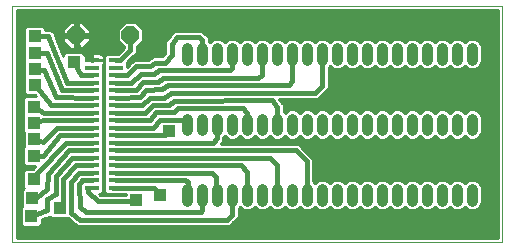
<source format=gtl>
G75*
%MOIN*%
%OFA0B0*%
%FSLAX25Y25*%
%IPPOS*%
%LPD*%
%AMOC8*
5,1,8,0,0,1.08239X$1,22.5*
%
%ADD10C,0.00000*%
%ADD11R,0.05000X0.01500*%
%ADD12C,0.03811*%
%ADD13OC8,0.06000*%
%ADD14C,0.01600*%
%ADD15R,0.04362X0.04362*%
%ADD16C,0.01000*%
D10*
X0001800Y0001800D02*
X0165186Y0001800D01*
X0165186Y0080540D01*
X0001800Y0080540D01*
X0001800Y0001800D01*
D11*
X0028312Y0019920D03*
X0028312Y0022420D03*
X0028312Y0024920D03*
X0028312Y0027420D03*
X0028312Y0029920D03*
X0028312Y0032420D03*
X0028312Y0034920D03*
X0028312Y0037420D03*
X0028312Y0039920D03*
X0028312Y0042420D03*
X0028312Y0044920D03*
X0028312Y0047420D03*
X0028312Y0049920D03*
X0028312Y0052420D03*
X0028312Y0054920D03*
X0028312Y0057420D03*
X0028312Y0059920D03*
X0028312Y0062420D03*
X0036312Y0062420D03*
X0036312Y0059920D03*
X0036312Y0057420D03*
X0036312Y0054920D03*
X0036312Y0052420D03*
X0036312Y0049920D03*
X0036312Y0047420D03*
X0036312Y0044920D03*
X0036312Y0042420D03*
X0036312Y0039920D03*
X0036312Y0037420D03*
X0036312Y0034920D03*
X0036312Y0032420D03*
X0036312Y0029920D03*
X0036312Y0027420D03*
X0036312Y0024920D03*
X0036312Y0022420D03*
X0036312Y0019920D03*
D12*
X0060146Y0019454D02*
X0060146Y0015643D01*
X0065146Y0015643D02*
X0065146Y0019454D01*
X0070146Y0019454D02*
X0070146Y0015643D01*
X0075146Y0015643D02*
X0075146Y0019454D01*
X0080146Y0019454D02*
X0080146Y0015643D01*
X0085146Y0015643D02*
X0085146Y0019454D01*
X0090146Y0019454D02*
X0090146Y0015643D01*
X0095146Y0015643D02*
X0095146Y0019454D01*
X0100146Y0019454D02*
X0100146Y0015643D01*
X0105146Y0015643D02*
X0105146Y0019454D01*
X0110146Y0019454D02*
X0110146Y0015643D01*
X0115146Y0015643D02*
X0115146Y0019454D01*
X0120146Y0019454D02*
X0120146Y0015643D01*
X0125146Y0015643D02*
X0125146Y0019454D01*
X0130146Y0019454D02*
X0130146Y0015643D01*
X0135146Y0015643D02*
X0135146Y0019454D01*
X0140146Y0019454D02*
X0140146Y0015643D01*
X0145146Y0015643D02*
X0145146Y0019454D01*
X0150146Y0019454D02*
X0150146Y0015643D01*
X0155146Y0015643D02*
X0155146Y0019454D01*
X0155146Y0039143D02*
X0155146Y0042954D01*
X0150146Y0042954D02*
X0150146Y0039143D01*
X0145146Y0039143D02*
X0145146Y0042954D01*
X0140146Y0042954D02*
X0140146Y0039143D01*
X0135146Y0039143D02*
X0135146Y0042954D01*
X0130146Y0042954D02*
X0130146Y0039143D01*
X0125146Y0039143D02*
X0125146Y0042954D01*
X0120146Y0042954D02*
X0120146Y0039143D01*
X0115146Y0039143D02*
X0115146Y0042954D01*
X0110146Y0042954D02*
X0110146Y0039143D01*
X0105146Y0039143D02*
X0105146Y0042954D01*
X0100146Y0042954D02*
X0100146Y0039143D01*
X0095146Y0039143D02*
X0095146Y0042954D01*
X0090146Y0042954D02*
X0090146Y0039143D01*
X0085146Y0039143D02*
X0085146Y0042954D01*
X0080146Y0042954D02*
X0080146Y0039143D01*
X0075146Y0039143D02*
X0075146Y0042954D01*
X0070146Y0042954D02*
X0070146Y0039143D01*
X0065146Y0039143D02*
X0065146Y0042954D01*
X0060146Y0042954D02*
X0060146Y0039143D01*
X0060146Y0062643D02*
X0060146Y0066454D01*
X0065146Y0066454D02*
X0065146Y0062643D01*
X0070146Y0062643D02*
X0070146Y0066454D01*
X0075146Y0066454D02*
X0075146Y0062643D01*
X0080146Y0062643D02*
X0080146Y0066454D01*
X0085146Y0066454D02*
X0085146Y0062643D01*
X0090146Y0062643D02*
X0090146Y0066454D01*
X0095146Y0066454D02*
X0095146Y0062643D01*
X0100146Y0062643D02*
X0100146Y0066454D01*
X0105146Y0066454D02*
X0105146Y0062643D01*
X0110146Y0062643D02*
X0110146Y0066454D01*
X0115146Y0066454D02*
X0115146Y0062643D01*
X0120146Y0062643D02*
X0120146Y0066454D01*
X0125146Y0066454D02*
X0125146Y0062643D01*
X0130146Y0062643D02*
X0130146Y0066454D01*
X0135146Y0066454D02*
X0135146Y0062643D01*
X0140146Y0062643D02*
X0140146Y0066454D01*
X0145146Y0066454D02*
X0145146Y0062643D01*
X0150146Y0062643D02*
X0150146Y0066454D01*
X0155146Y0066454D02*
X0155146Y0062643D01*
D13*
X0041170Y0070894D03*
X0023060Y0070698D03*
D14*
X0023060Y0067745D01*
X0024841Y0065963D01*
X0028312Y0062420D01*
X0023650Y0059083D02*
X0022272Y0061839D01*
X0023650Y0059083D02*
X0024635Y0057410D01*
X0028204Y0057410D01*
X0028312Y0057420D01*
X0028312Y0054920D02*
X0026904Y0054950D01*
X0020206Y0054950D01*
X0013808Y0070501D01*
X0009280Y0070501D01*
X0009280Y0064989D02*
X0013217Y0064989D01*
X0018434Y0052489D01*
X0028243Y0052489D01*
X0028312Y0052420D01*
X0028125Y0049930D02*
X0028312Y0049920D01*
X0028125Y0049930D02*
X0016465Y0050127D01*
X0012430Y0059280D01*
X0009280Y0059477D01*
X0009280Y0054162D02*
X0012233Y0050619D01*
X0014792Y0047469D01*
X0028263Y0047469D01*
X0028312Y0047420D01*
X0028312Y0044920D02*
X0026727Y0044910D01*
X0012528Y0044910D01*
X0008887Y0046879D01*
X0011938Y0042351D02*
X0015973Y0042450D01*
X0028538Y0042450D01*
X0028312Y0042420D01*
X0028243Y0039989D02*
X0028312Y0039920D01*
X0028243Y0039989D02*
X0016761Y0039989D01*
X0012036Y0035265D01*
X0009083Y0036052D01*
X0012135Y0030639D02*
X0017843Y0037430D01*
X0028302Y0037430D01*
X0028312Y0037420D01*
X0028312Y0034920D02*
X0028066Y0034871D01*
X0019713Y0034871D01*
X0009772Y0024438D01*
X0009083Y0022863D01*
X0008887Y0022666D01*
X0013611Y0024438D02*
X0020796Y0032410D01*
X0028125Y0032410D01*
X0028312Y0032420D01*
X0028282Y0029950D02*
X0021879Y0029950D01*
X0016269Y0023749D01*
X0016269Y0017745D01*
X0013513Y0016170D01*
X0013513Y0012331D01*
X0010068Y0011052D01*
X0008099Y0010461D01*
X0017548Y0013217D02*
X0017942Y0014300D01*
X0018828Y0015087D01*
X0018729Y0022666D01*
X0023060Y0027391D01*
X0028282Y0027391D01*
X0028312Y0027420D01*
X0028312Y0024920D02*
X0028223Y0024831D01*
X0024044Y0024831D01*
X0021288Y0021682D01*
X0021485Y0011643D01*
X0024241Y0009280D01*
X0073454Y0009280D01*
X0075146Y0010973D01*
X0075146Y0017548D01*
X0075225Y0017469D01*
X0080146Y0017548D02*
X0080146Y0025225D01*
X0077952Y0027420D01*
X0036312Y0027420D01*
X0036312Y0024920D02*
X0068247Y0024920D01*
X0069713Y0023454D01*
X0069713Y0017981D01*
X0070146Y0017548D01*
X0065146Y0017548D02*
X0065146Y0012391D01*
X0064595Y0011839D01*
X0026406Y0011839D01*
X0024241Y0013513D01*
X0024143Y0021190D01*
X0025028Y0022272D01*
X0025211Y0022371D01*
X0028312Y0022420D01*
X0028459Y0022371D01*
X0027194Y0019910D02*
X0027194Y0018532D01*
X0030343Y0015383D01*
X0042745Y0015383D01*
X0042942Y0015580D01*
X0042942Y0015383D02*
X0043139Y0015973D01*
X0049044Y0019910D02*
X0035461Y0019910D01*
X0036312Y0022420D02*
X0059526Y0022420D01*
X0060265Y0021682D01*
X0060265Y0017666D01*
X0060146Y0017548D01*
X0051013Y0017548D02*
X0051013Y0017942D01*
X0049044Y0019910D01*
X0036312Y0029920D02*
X0087656Y0029920D01*
X0089989Y0027587D01*
X0089989Y0017706D01*
X0090146Y0017548D01*
X0100028Y0017666D02*
X0100028Y0028769D01*
X0096377Y0032420D01*
X0036312Y0032420D01*
X0036312Y0034920D02*
X0068778Y0034822D01*
X0070107Y0036446D01*
X0070107Y0041009D01*
X0070146Y0041048D01*
X0080146Y0041048D02*
X0080146Y0044713D01*
X0078670Y0046583D01*
X0057115Y0046485D01*
X0055639Y0045009D01*
X0049635Y0045009D01*
X0047637Y0042420D01*
X0036312Y0042420D01*
X0036312Y0039920D02*
X0048778Y0039920D01*
X0050914Y0042548D01*
X0059434Y0042548D01*
X0060146Y0041048D01*
X0053965Y0038709D02*
X0052587Y0037430D01*
X0036322Y0037430D01*
X0036312Y0037420D01*
X0036312Y0044920D02*
X0046101Y0044920D01*
X0048650Y0047469D01*
X0054162Y0047469D01*
X0055737Y0048946D01*
X0088414Y0049044D01*
X0090146Y0046918D01*
X0090146Y0041048D01*
X0102686Y0051505D02*
X0054654Y0051505D01*
X0052489Y0049930D01*
X0047568Y0049930D01*
X0045107Y0047469D01*
X0036361Y0047469D01*
X0036312Y0047420D01*
X0036312Y0049920D02*
X0037089Y0049930D01*
X0044221Y0050028D01*
X0046485Y0052489D01*
X0051702Y0052686D01*
X0053867Y0054064D01*
X0093926Y0054064D01*
X0095146Y0055383D01*
X0095146Y0064548D01*
X0085146Y0064548D02*
X0085146Y0057587D01*
X0083788Y0056623D01*
X0051898Y0056524D01*
X0050225Y0055245D01*
X0045304Y0055146D01*
X0043040Y0052489D01*
X0036381Y0052489D01*
X0036312Y0052420D01*
X0036312Y0054920D02*
X0036341Y0054950D01*
X0041367Y0054950D01*
X0044615Y0057804D01*
X0049044Y0057706D01*
X0050619Y0059083D01*
X0074241Y0059083D01*
X0075146Y0059989D01*
X0075146Y0064548D01*
X0065146Y0064548D02*
X0065146Y0069162D01*
X0064202Y0070009D01*
X0056721Y0070009D01*
X0054950Y0067942D01*
X0054950Y0064005D01*
X0052587Y0061643D01*
X0049438Y0061643D01*
X0047666Y0060363D01*
X0043139Y0060461D01*
X0040186Y0057410D01*
X0036617Y0057410D01*
X0036312Y0057420D01*
X0036312Y0062420D02*
X0037814Y0062420D01*
X0041170Y0065776D01*
X0041170Y0070894D01*
X0011938Y0042351D02*
X0008887Y0041367D01*
X0008887Y0030540D02*
X0011249Y0030540D01*
X0012135Y0030639D01*
X0013611Y0024438D02*
X0013513Y0019615D01*
X0009871Y0016564D01*
X0008493Y0016564D01*
X0028282Y0029950D02*
X0028312Y0029920D01*
X0100028Y0017666D02*
X0100146Y0017548D01*
X0102686Y0051505D02*
X0105146Y0053965D01*
X0105146Y0064548D01*
D15*
X0053965Y0038709D03*
X0051013Y0017548D03*
X0043139Y0015973D03*
X0017548Y0013217D03*
X0008493Y0016564D03*
X0008887Y0022666D03*
X0008887Y0030540D03*
X0009083Y0036052D03*
X0008887Y0041367D03*
X0008887Y0046879D03*
X0009280Y0054162D03*
X0009280Y0059477D03*
X0009280Y0064989D03*
X0009280Y0070501D03*
X0022272Y0061839D03*
X0008099Y0010461D03*
D16*
X0004631Y0010730D02*
X0003300Y0010730D01*
X0003300Y0011728D02*
X0004631Y0011728D01*
X0004631Y0012727D02*
X0003300Y0012727D01*
X0003300Y0013725D02*
X0005149Y0013725D01*
X0005164Y0013709D02*
X0004631Y0013176D01*
X0004631Y0007747D01*
X0005385Y0006993D01*
X0010814Y0006993D01*
X0011568Y0007747D01*
X0011568Y0009382D01*
X0013888Y0010244D01*
X0014338Y0010244D01*
X0014834Y0009749D01*
X0020262Y0009749D01*
X0020351Y0009837D01*
X0020661Y0009539D01*
X0020731Y0009540D01*
X0022822Y0007748D01*
X0023376Y0007193D01*
X0023469Y0007193D01*
X0023539Y0007133D01*
X0024321Y0007193D01*
X0074318Y0007193D01*
X0075541Y0008416D01*
X0077234Y0010109D01*
X0077234Y0013214D01*
X0077646Y0013627D01*
X0078338Y0012936D01*
X0079511Y0012450D01*
X0080782Y0012450D01*
X0081955Y0012936D01*
X0082646Y0013627D01*
X0083338Y0012936D01*
X0084511Y0012450D01*
X0085782Y0012450D01*
X0086955Y0012936D01*
X0087646Y0013627D01*
X0088338Y0012936D01*
X0089511Y0012450D01*
X0090782Y0012450D01*
X0091955Y0012936D01*
X0092646Y0013627D01*
X0093338Y0012936D01*
X0094511Y0012450D01*
X0095782Y0012450D01*
X0096955Y0012936D01*
X0097646Y0013627D01*
X0098338Y0012936D01*
X0099511Y0012450D01*
X0100782Y0012450D01*
X0101955Y0012936D01*
X0102646Y0013627D01*
X0103338Y0012936D01*
X0104511Y0012450D01*
X0105782Y0012450D01*
X0106955Y0012936D01*
X0107646Y0013627D01*
X0108338Y0012936D01*
X0109511Y0012450D01*
X0110782Y0012450D01*
X0111955Y0012936D01*
X0112646Y0013627D01*
X0113338Y0012936D01*
X0114511Y0012450D01*
X0115782Y0012450D01*
X0116955Y0012936D01*
X0117646Y0013627D01*
X0118338Y0012936D01*
X0119511Y0012450D01*
X0120782Y0012450D01*
X0121955Y0012936D01*
X0122646Y0013627D01*
X0123338Y0012936D01*
X0124511Y0012450D01*
X0125782Y0012450D01*
X0126955Y0012936D01*
X0127646Y0013627D01*
X0128338Y0012936D01*
X0129511Y0012450D01*
X0130782Y0012450D01*
X0131955Y0012936D01*
X0132646Y0013627D01*
X0133338Y0012936D01*
X0134511Y0012450D01*
X0135782Y0012450D01*
X0136955Y0012936D01*
X0137646Y0013627D01*
X0138338Y0012936D01*
X0139511Y0012450D01*
X0140782Y0012450D01*
X0141955Y0012936D01*
X0142646Y0013627D01*
X0143338Y0012936D01*
X0144511Y0012450D01*
X0145782Y0012450D01*
X0146955Y0012936D01*
X0147646Y0013627D01*
X0148338Y0012936D01*
X0149511Y0012450D01*
X0150782Y0012450D01*
X0151955Y0012936D01*
X0152646Y0013627D01*
X0153338Y0012936D01*
X0154511Y0012450D01*
X0155782Y0012450D01*
X0156955Y0012936D01*
X0157853Y0013834D01*
X0158339Y0015007D01*
X0158339Y0020089D01*
X0157853Y0021262D01*
X0156955Y0022160D01*
X0155782Y0022646D01*
X0154511Y0022646D01*
X0153338Y0022160D01*
X0152646Y0021469D01*
X0151955Y0022160D01*
X0150782Y0022646D01*
X0149511Y0022646D01*
X0148338Y0022160D01*
X0147646Y0021469D01*
X0146955Y0022160D01*
X0145782Y0022646D01*
X0144511Y0022646D01*
X0143338Y0022160D01*
X0142646Y0021469D01*
X0141955Y0022160D01*
X0140782Y0022646D01*
X0139511Y0022646D01*
X0138338Y0022160D01*
X0137646Y0021469D01*
X0136955Y0022160D01*
X0135782Y0022646D01*
X0134511Y0022646D01*
X0133338Y0022160D01*
X0132646Y0021469D01*
X0131955Y0022160D01*
X0130782Y0022646D01*
X0129511Y0022646D01*
X0128338Y0022160D01*
X0127646Y0021469D01*
X0126955Y0022160D01*
X0125782Y0022646D01*
X0124511Y0022646D01*
X0123338Y0022160D01*
X0122646Y0021469D01*
X0121955Y0022160D01*
X0120782Y0022646D01*
X0119511Y0022646D01*
X0118338Y0022160D01*
X0117646Y0021469D01*
X0116955Y0022160D01*
X0115782Y0022646D01*
X0114511Y0022646D01*
X0113338Y0022160D01*
X0112646Y0021469D01*
X0111955Y0022160D01*
X0110782Y0022646D01*
X0109511Y0022646D01*
X0108338Y0022160D01*
X0107646Y0021469D01*
X0106955Y0022160D01*
X0105782Y0022646D01*
X0104511Y0022646D01*
X0103338Y0022160D01*
X0102646Y0021469D01*
X0102116Y0022000D01*
X0102116Y0029633D01*
X0098464Y0033285D01*
X0097241Y0034507D01*
X0071218Y0034507D01*
X0071657Y0035043D01*
X0072194Y0035581D01*
X0072194Y0035701D01*
X0072270Y0035793D01*
X0072194Y0036550D01*
X0072194Y0036675D01*
X0072646Y0037127D01*
X0073338Y0036436D01*
X0074511Y0035950D01*
X0075782Y0035950D01*
X0076955Y0036436D01*
X0077646Y0037127D01*
X0078338Y0036436D01*
X0079511Y0035950D01*
X0080782Y0035950D01*
X0081955Y0036436D01*
X0082646Y0037127D01*
X0083338Y0036436D01*
X0084511Y0035950D01*
X0085782Y0035950D01*
X0086955Y0036436D01*
X0087646Y0037127D01*
X0088338Y0036436D01*
X0089511Y0035950D01*
X0090782Y0035950D01*
X0091955Y0036436D01*
X0092646Y0037127D01*
X0093338Y0036436D01*
X0094511Y0035950D01*
X0095782Y0035950D01*
X0096955Y0036436D01*
X0097646Y0037127D01*
X0098338Y0036436D01*
X0099511Y0035950D01*
X0100782Y0035950D01*
X0101955Y0036436D01*
X0102646Y0037127D01*
X0103338Y0036436D01*
X0104511Y0035950D01*
X0105782Y0035950D01*
X0106955Y0036436D01*
X0107646Y0037127D01*
X0108338Y0036436D01*
X0109511Y0035950D01*
X0110782Y0035950D01*
X0111955Y0036436D01*
X0112646Y0037127D01*
X0113338Y0036436D01*
X0114511Y0035950D01*
X0115782Y0035950D01*
X0116955Y0036436D01*
X0117646Y0037127D01*
X0118338Y0036436D01*
X0119511Y0035950D01*
X0120782Y0035950D01*
X0121955Y0036436D01*
X0122646Y0037127D01*
X0123338Y0036436D01*
X0124511Y0035950D01*
X0125782Y0035950D01*
X0126955Y0036436D01*
X0127646Y0037127D01*
X0128338Y0036436D01*
X0129511Y0035950D01*
X0130782Y0035950D01*
X0131955Y0036436D01*
X0132646Y0037127D01*
X0133338Y0036436D01*
X0134511Y0035950D01*
X0135782Y0035950D01*
X0136955Y0036436D01*
X0137646Y0037127D01*
X0138338Y0036436D01*
X0139511Y0035950D01*
X0140782Y0035950D01*
X0141955Y0036436D01*
X0142646Y0037127D01*
X0143338Y0036436D01*
X0144511Y0035950D01*
X0145782Y0035950D01*
X0146955Y0036436D01*
X0147646Y0037127D01*
X0148338Y0036436D01*
X0149511Y0035950D01*
X0150782Y0035950D01*
X0151955Y0036436D01*
X0152646Y0037127D01*
X0153338Y0036436D01*
X0154511Y0035950D01*
X0155782Y0035950D01*
X0156955Y0036436D01*
X0157853Y0037334D01*
X0158339Y0038507D01*
X0158339Y0043589D01*
X0157853Y0044762D01*
X0156955Y0045660D01*
X0155782Y0046146D01*
X0154511Y0046146D01*
X0153338Y0045660D01*
X0152646Y0044969D01*
X0151955Y0045660D01*
X0150782Y0046146D01*
X0149511Y0046146D01*
X0148338Y0045660D01*
X0147646Y0044969D01*
X0146955Y0045660D01*
X0145782Y0046146D01*
X0144511Y0046146D01*
X0143338Y0045660D01*
X0142646Y0044969D01*
X0141955Y0045660D01*
X0140782Y0046146D01*
X0139511Y0046146D01*
X0138338Y0045660D01*
X0137646Y0044969D01*
X0136955Y0045660D01*
X0135782Y0046146D01*
X0134511Y0046146D01*
X0133338Y0045660D01*
X0132646Y0044969D01*
X0131955Y0045660D01*
X0130782Y0046146D01*
X0129511Y0046146D01*
X0128338Y0045660D01*
X0127646Y0044969D01*
X0126955Y0045660D01*
X0125782Y0046146D01*
X0124511Y0046146D01*
X0123338Y0045660D01*
X0122646Y0044969D01*
X0121955Y0045660D01*
X0120782Y0046146D01*
X0119511Y0046146D01*
X0118338Y0045660D01*
X0117646Y0044969D01*
X0116955Y0045660D01*
X0115782Y0046146D01*
X0114511Y0046146D01*
X0113338Y0045660D01*
X0112646Y0044969D01*
X0111955Y0045660D01*
X0110782Y0046146D01*
X0109511Y0046146D01*
X0108338Y0045660D01*
X0107646Y0044969D01*
X0106955Y0045660D01*
X0105782Y0046146D01*
X0104511Y0046146D01*
X0103338Y0045660D01*
X0102646Y0044969D01*
X0101955Y0045660D01*
X0100782Y0046146D01*
X0099511Y0046146D01*
X0098338Y0045660D01*
X0097646Y0044969D01*
X0096955Y0045660D01*
X0095782Y0046146D01*
X0094511Y0046146D01*
X0093338Y0045660D01*
X0092646Y0044969D01*
X0092234Y0045382D01*
X0092234Y0046812D01*
X0092311Y0047566D01*
X0092234Y0047661D01*
X0092234Y0047783D01*
X0091698Y0048319D01*
X0090803Y0049417D01*
X0103550Y0049417D01*
X0104773Y0050640D01*
X0107234Y0053101D01*
X0107234Y0060214D01*
X0107646Y0060627D01*
X0108338Y0059936D01*
X0109511Y0059450D01*
X0110782Y0059450D01*
X0111955Y0059936D01*
X0112646Y0060627D01*
X0113338Y0059936D01*
X0114511Y0059450D01*
X0115782Y0059450D01*
X0116955Y0059936D01*
X0117646Y0060627D01*
X0118338Y0059936D01*
X0119511Y0059450D01*
X0120782Y0059450D01*
X0121955Y0059936D01*
X0122646Y0060627D01*
X0123338Y0059936D01*
X0124511Y0059450D01*
X0125782Y0059450D01*
X0126955Y0059936D01*
X0127646Y0060627D01*
X0128338Y0059936D01*
X0129511Y0059450D01*
X0130782Y0059450D01*
X0131955Y0059936D01*
X0132646Y0060627D01*
X0133338Y0059936D01*
X0134511Y0059450D01*
X0135782Y0059450D01*
X0136955Y0059936D01*
X0137646Y0060627D01*
X0138338Y0059936D01*
X0139511Y0059450D01*
X0140782Y0059450D01*
X0141955Y0059936D01*
X0142646Y0060627D01*
X0143338Y0059936D01*
X0144511Y0059450D01*
X0145782Y0059450D01*
X0146955Y0059936D01*
X0147646Y0060627D01*
X0148338Y0059936D01*
X0149511Y0059450D01*
X0150782Y0059450D01*
X0151955Y0059936D01*
X0152646Y0060627D01*
X0153338Y0059936D01*
X0154511Y0059450D01*
X0155782Y0059450D01*
X0156955Y0059936D01*
X0157853Y0060834D01*
X0158339Y0062007D01*
X0158339Y0067089D01*
X0157853Y0068262D01*
X0156955Y0069160D01*
X0155782Y0069646D01*
X0154511Y0069646D01*
X0153338Y0069160D01*
X0152646Y0068469D01*
X0151955Y0069160D01*
X0150782Y0069646D01*
X0149511Y0069646D01*
X0148338Y0069160D01*
X0147646Y0068469D01*
X0146955Y0069160D01*
X0145782Y0069646D01*
X0144511Y0069646D01*
X0143338Y0069160D01*
X0142646Y0068469D01*
X0141955Y0069160D01*
X0140782Y0069646D01*
X0139511Y0069646D01*
X0138338Y0069160D01*
X0137646Y0068469D01*
X0136955Y0069160D01*
X0135782Y0069646D01*
X0134511Y0069646D01*
X0133338Y0069160D01*
X0132646Y0068469D01*
X0131955Y0069160D01*
X0130782Y0069646D01*
X0129511Y0069646D01*
X0128338Y0069160D01*
X0127646Y0068469D01*
X0126955Y0069160D01*
X0125782Y0069646D01*
X0124511Y0069646D01*
X0123338Y0069160D01*
X0122646Y0068469D01*
X0121955Y0069160D01*
X0120782Y0069646D01*
X0119511Y0069646D01*
X0118338Y0069160D01*
X0117646Y0068469D01*
X0116955Y0069160D01*
X0115782Y0069646D01*
X0114511Y0069646D01*
X0113338Y0069160D01*
X0112646Y0068469D01*
X0111955Y0069160D01*
X0110782Y0069646D01*
X0109511Y0069646D01*
X0108338Y0069160D01*
X0107646Y0068469D01*
X0106955Y0069160D01*
X0105782Y0069646D01*
X0104511Y0069646D01*
X0103338Y0069160D01*
X0102646Y0068469D01*
X0101955Y0069160D01*
X0100782Y0069646D01*
X0099511Y0069646D01*
X0098338Y0069160D01*
X0097646Y0068469D01*
X0096955Y0069160D01*
X0095782Y0069646D01*
X0094511Y0069646D01*
X0093338Y0069160D01*
X0092646Y0068469D01*
X0091955Y0069160D01*
X0090782Y0069646D01*
X0089511Y0069646D01*
X0088338Y0069160D01*
X0087646Y0068469D01*
X0086955Y0069160D01*
X0085782Y0069646D01*
X0084511Y0069646D01*
X0083338Y0069160D01*
X0082646Y0068469D01*
X0081955Y0069160D01*
X0080782Y0069646D01*
X0079511Y0069646D01*
X0078338Y0069160D01*
X0077646Y0068469D01*
X0076955Y0069160D01*
X0075782Y0069646D01*
X0074511Y0069646D01*
X0073338Y0069160D01*
X0072646Y0068469D01*
X0071955Y0069160D01*
X0070782Y0069646D01*
X0069511Y0069646D01*
X0068338Y0069160D01*
X0067646Y0068469D01*
X0067253Y0068862D01*
X0067234Y0069220D01*
X0067234Y0070027D01*
X0067187Y0070074D01*
X0067183Y0070140D01*
X0066582Y0070679D01*
X0066011Y0071250D01*
X0065945Y0071250D01*
X0065637Y0071525D01*
X0065066Y0072096D01*
X0065000Y0072096D01*
X0064950Y0072140D01*
X0064144Y0072096D01*
X0057493Y0072096D01*
X0057423Y0072156D01*
X0056641Y0072096D01*
X0055857Y0072096D01*
X0055791Y0072031D01*
X0055699Y0072024D01*
X0055189Y0071428D01*
X0054634Y0070873D01*
X0054634Y0070781D01*
X0053417Y0069361D01*
X0052862Y0068806D01*
X0052862Y0068714D01*
X0052802Y0068644D01*
X0052862Y0067862D01*
X0052862Y0064869D01*
X0051723Y0063730D01*
X0049605Y0063730D01*
X0048917Y0063841D01*
X0048763Y0063730D01*
X0048573Y0063730D01*
X0048080Y0063237D01*
X0047012Y0062465D01*
X0044002Y0062531D01*
X0043969Y0062563D01*
X0043144Y0062549D01*
X0042320Y0062567D01*
X0042286Y0062535D01*
X0042240Y0062534D01*
X0041666Y0061942D01*
X0041070Y0061371D01*
X0041069Y0061325D01*
X0040099Y0060322D01*
X0040099Y0061753D01*
X0042035Y0063689D01*
X0043257Y0064912D01*
X0043257Y0066919D01*
X0045457Y0069119D01*
X0045457Y0072670D01*
X0042946Y0075182D01*
X0039394Y0075182D01*
X0036883Y0072670D01*
X0036883Y0069119D01*
X0039083Y0066919D01*
X0039083Y0066641D01*
X0036949Y0064507D01*
X0035447Y0064507D01*
X0035397Y0064457D01*
X0033279Y0064457D01*
X0032524Y0063703D01*
X0032524Y0018637D01*
X0033279Y0017883D01*
X0034537Y0017883D01*
X0034597Y0017823D01*
X0039670Y0017823D01*
X0039670Y0017470D01*
X0031208Y0017470D01*
X0030795Y0017883D01*
X0031345Y0017883D01*
X0032099Y0018637D01*
X0032099Y0060900D01*
X0032210Y0061091D01*
X0032312Y0061473D01*
X0032312Y0062420D01*
X0028312Y0062420D01*
X0028312Y0062420D01*
X0032312Y0062420D01*
X0032312Y0063368D01*
X0032210Y0063749D01*
X0032012Y0064091D01*
X0031733Y0064370D01*
X0031391Y0064568D01*
X0031009Y0064670D01*
X0028312Y0064670D01*
X0028312Y0062420D01*
X0028312Y0062420D01*
X0028312Y0064670D01*
X0025625Y0064670D01*
X0024987Y0065308D01*
X0019558Y0065308D01*
X0018804Y0064554D01*
X0018804Y0063843D01*
X0015895Y0070913D01*
X0015895Y0071365D01*
X0015579Y0071681D01*
X0015409Y0072095D01*
X0014992Y0072269D01*
X0014673Y0072588D01*
X0014226Y0072588D01*
X0013813Y0072760D01*
X0013395Y0072588D01*
X0012749Y0072588D01*
X0012749Y0073215D01*
X0011995Y0073969D01*
X0006566Y0073969D01*
X0005812Y0073215D01*
X0005812Y0067786D01*
X0005853Y0067745D01*
X0005812Y0067703D01*
X0005812Y0062275D01*
X0005853Y0062233D01*
X0005812Y0062192D01*
X0005812Y0056763D01*
X0005812Y0051448D01*
X0006566Y0050694D01*
X0009454Y0050694D01*
X0009742Y0050347D01*
X0006172Y0050347D01*
X0005418Y0049593D01*
X0005418Y0044164D01*
X0005460Y0044123D01*
X0005418Y0044081D01*
X0005418Y0038653D01*
X0005615Y0038456D01*
X0005615Y0033451D01*
X0005418Y0033255D01*
X0005418Y0027826D01*
X0006172Y0027072D01*
X0009399Y0027072D01*
X0008581Y0026213D01*
X0008380Y0026135D01*
X0006172Y0026135D01*
X0005418Y0025380D01*
X0005418Y0019952D01*
X0005558Y0019812D01*
X0005024Y0019278D01*
X0005024Y0013849D01*
X0005164Y0013709D01*
X0005024Y0014724D02*
X0003300Y0014724D01*
X0003300Y0015722D02*
X0005024Y0015722D01*
X0005024Y0016721D02*
X0003300Y0016721D01*
X0003300Y0017719D02*
X0005024Y0017719D01*
X0005024Y0018718D02*
X0003300Y0018718D01*
X0003300Y0019716D02*
X0005462Y0019716D01*
X0005418Y0020715D02*
X0003300Y0020715D01*
X0003300Y0021713D02*
X0005418Y0021713D01*
X0005418Y0022712D02*
X0003300Y0022712D01*
X0003300Y0023710D02*
X0005418Y0023710D01*
X0005418Y0024709D02*
X0003300Y0024709D01*
X0003300Y0025707D02*
X0005745Y0025707D01*
X0005540Y0027704D02*
X0003300Y0027704D01*
X0003300Y0026706D02*
X0009050Y0026706D01*
X0005418Y0028703D02*
X0003300Y0028703D01*
X0003300Y0029701D02*
X0005418Y0029701D01*
X0005418Y0030700D02*
X0003300Y0030700D01*
X0003300Y0031698D02*
X0005418Y0031698D01*
X0005418Y0032697D02*
X0003300Y0032697D01*
X0003300Y0033695D02*
X0005615Y0033695D01*
X0005615Y0034694D02*
X0003300Y0034694D01*
X0003300Y0035692D02*
X0005615Y0035692D01*
X0005615Y0036691D02*
X0003300Y0036691D01*
X0003300Y0037689D02*
X0005615Y0037689D01*
X0005418Y0038688D02*
X0003300Y0038688D01*
X0003300Y0039686D02*
X0005418Y0039686D01*
X0005418Y0040685D02*
X0003300Y0040685D01*
X0003300Y0041683D02*
X0005418Y0041683D01*
X0005418Y0042682D02*
X0003300Y0042682D01*
X0003300Y0043680D02*
X0005418Y0043680D01*
X0005418Y0044679D02*
X0003300Y0044679D01*
X0003300Y0045677D02*
X0005418Y0045677D01*
X0005418Y0046676D02*
X0003300Y0046676D01*
X0003300Y0047674D02*
X0005418Y0047674D01*
X0005418Y0048673D02*
X0003300Y0048673D01*
X0003300Y0049672D02*
X0005497Y0049672D01*
X0005812Y0051669D02*
X0003300Y0051669D01*
X0003300Y0052667D02*
X0005812Y0052667D01*
X0005812Y0053666D02*
X0003300Y0053666D01*
X0003300Y0054664D02*
X0005812Y0054664D01*
X0005812Y0055663D02*
X0003300Y0055663D01*
X0003300Y0056661D02*
X0005812Y0056661D01*
X0005812Y0057660D02*
X0003300Y0057660D01*
X0003300Y0058658D02*
X0005812Y0058658D01*
X0005812Y0059657D02*
X0003300Y0059657D01*
X0003300Y0060655D02*
X0005812Y0060655D01*
X0005812Y0061654D02*
X0003300Y0061654D01*
X0003300Y0062652D02*
X0005812Y0062652D01*
X0005812Y0063651D02*
X0003300Y0063651D01*
X0003300Y0064649D02*
X0005812Y0064649D01*
X0005812Y0065648D02*
X0003300Y0065648D01*
X0003300Y0066646D02*
X0005812Y0066646D01*
X0005812Y0067645D02*
X0003300Y0067645D01*
X0003300Y0068643D02*
X0005812Y0068643D01*
X0005812Y0069642D02*
X0003300Y0069642D01*
X0003300Y0070640D02*
X0005812Y0070640D01*
X0005812Y0071639D02*
X0003300Y0071639D01*
X0003300Y0072637D02*
X0005812Y0072637D01*
X0006232Y0073636D02*
X0003300Y0073636D01*
X0003300Y0074634D02*
X0020633Y0074634D01*
X0021196Y0075198D02*
X0018560Y0072562D01*
X0018560Y0071198D01*
X0022560Y0071198D01*
X0022560Y0075198D01*
X0021196Y0075198D01*
X0022560Y0074634D02*
X0023560Y0074634D01*
X0023560Y0075198D02*
X0024924Y0075198D01*
X0027560Y0072562D01*
X0027560Y0071198D01*
X0023560Y0071198D01*
X0022560Y0071198D01*
X0022560Y0070198D01*
X0018560Y0070198D01*
X0018560Y0068834D01*
X0021196Y0066198D01*
X0022560Y0066198D01*
X0022560Y0070198D01*
X0023560Y0070198D01*
X0023560Y0071198D01*
X0023560Y0075198D01*
X0025487Y0074634D02*
X0038847Y0074634D01*
X0037848Y0073636D02*
X0026486Y0073636D01*
X0027484Y0072637D02*
X0036883Y0072637D01*
X0036883Y0071639D02*
X0027560Y0071639D01*
X0027560Y0070198D02*
X0023560Y0070198D01*
X0023560Y0066198D01*
X0024924Y0066198D01*
X0027560Y0068834D01*
X0027560Y0070198D01*
X0027560Y0069642D02*
X0036883Y0069642D01*
X0036883Y0070640D02*
X0023560Y0070640D01*
X0023560Y0069642D02*
X0022560Y0069642D01*
X0022560Y0070640D02*
X0016008Y0070640D01*
X0016418Y0069642D02*
X0018560Y0069642D01*
X0018750Y0068643D02*
X0016829Y0068643D01*
X0017240Y0067645D02*
X0019749Y0067645D01*
X0020747Y0066646D02*
X0017651Y0066646D01*
X0018062Y0065648D02*
X0038089Y0065648D01*
X0039083Y0066646D02*
X0025372Y0066646D01*
X0023560Y0066646D02*
X0022560Y0066646D01*
X0022560Y0067645D02*
X0023560Y0067645D01*
X0023560Y0068643D02*
X0022560Y0068643D01*
X0026371Y0067645D02*
X0038357Y0067645D01*
X0037358Y0068643D02*
X0027369Y0068643D01*
X0023560Y0071639D02*
X0022560Y0071639D01*
X0022560Y0072637D02*
X0023560Y0072637D01*
X0023560Y0073636D02*
X0022560Y0073636D01*
X0019634Y0073636D02*
X0012328Y0073636D01*
X0012749Y0072637D02*
X0013515Y0072637D01*
X0014108Y0072637D02*
X0018636Y0072637D01*
X0018560Y0071639D02*
X0015622Y0071639D01*
X0003300Y0075633D02*
X0163686Y0075633D01*
X0163686Y0074634D02*
X0043494Y0074634D01*
X0044492Y0073636D02*
X0163686Y0073636D01*
X0163686Y0072637D02*
X0045457Y0072637D01*
X0045457Y0071639D02*
X0055369Y0071639D01*
X0054513Y0070640D02*
X0045457Y0070640D01*
X0045457Y0069642D02*
X0053658Y0069642D01*
X0052802Y0068643D02*
X0044982Y0068643D01*
X0043984Y0067645D02*
X0052862Y0067645D01*
X0052862Y0066646D02*
X0043257Y0066646D01*
X0043257Y0065648D02*
X0052862Y0065648D01*
X0052642Y0064649D02*
X0042995Y0064649D01*
X0041996Y0063651D02*
X0048494Y0063651D01*
X0047271Y0062652D02*
X0040998Y0062652D01*
X0041365Y0061654D02*
X0040099Y0061654D01*
X0040099Y0060655D02*
X0040421Y0060655D01*
X0037091Y0064649D02*
X0031087Y0064649D01*
X0032236Y0063651D02*
X0032524Y0063651D01*
X0032524Y0062652D02*
X0032312Y0062652D01*
X0032312Y0061654D02*
X0032524Y0061654D01*
X0032524Y0060655D02*
X0032099Y0060655D01*
X0032099Y0059657D02*
X0032524Y0059657D01*
X0032524Y0058658D02*
X0032099Y0058658D01*
X0032099Y0057660D02*
X0032524Y0057660D01*
X0032524Y0056661D02*
X0032099Y0056661D01*
X0032099Y0055663D02*
X0032524Y0055663D01*
X0032524Y0054664D02*
X0032099Y0054664D01*
X0032099Y0053666D02*
X0032524Y0053666D01*
X0032524Y0052667D02*
X0032099Y0052667D01*
X0032099Y0051669D02*
X0032524Y0051669D01*
X0032524Y0050670D02*
X0032099Y0050670D01*
X0032099Y0049672D02*
X0032524Y0049672D01*
X0032524Y0048673D02*
X0032099Y0048673D01*
X0032099Y0047674D02*
X0032524Y0047674D01*
X0032524Y0046676D02*
X0032099Y0046676D01*
X0032099Y0045677D02*
X0032524Y0045677D01*
X0032524Y0044679D02*
X0032099Y0044679D01*
X0032099Y0043680D02*
X0032524Y0043680D01*
X0032524Y0042682D02*
X0032099Y0042682D01*
X0032099Y0041683D02*
X0032524Y0041683D01*
X0032524Y0040685D02*
X0032099Y0040685D01*
X0032099Y0039686D02*
X0032524Y0039686D01*
X0032524Y0038688D02*
X0032099Y0038688D01*
X0032099Y0037689D02*
X0032524Y0037689D01*
X0032524Y0036691D02*
X0032099Y0036691D01*
X0032099Y0035692D02*
X0032524Y0035692D01*
X0032524Y0034694D02*
X0032099Y0034694D01*
X0032099Y0033695D02*
X0032524Y0033695D01*
X0032524Y0032697D02*
X0032099Y0032697D01*
X0032099Y0031698D02*
X0032524Y0031698D01*
X0032524Y0030700D02*
X0032099Y0030700D01*
X0032099Y0029701D02*
X0032524Y0029701D01*
X0032524Y0028703D02*
X0032099Y0028703D01*
X0032099Y0027704D02*
X0032524Y0027704D01*
X0032524Y0026706D02*
X0032099Y0026706D01*
X0032099Y0025707D02*
X0032524Y0025707D01*
X0032524Y0024709D02*
X0032099Y0024709D01*
X0032099Y0023710D02*
X0032524Y0023710D01*
X0032524Y0022712D02*
X0032099Y0022712D01*
X0032099Y0021713D02*
X0032524Y0021713D01*
X0032524Y0020715D02*
X0032099Y0020715D01*
X0032099Y0019716D02*
X0032524Y0019716D01*
X0032524Y0018718D02*
X0032099Y0018718D01*
X0030959Y0017719D02*
X0039670Y0017719D01*
X0021673Y0008733D02*
X0011568Y0008733D01*
X0011555Y0007734D02*
X0022835Y0007734D01*
X0020461Y0009731D02*
X0012506Y0009731D01*
X0004631Y0009731D02*
X0003300Y0009731D01*
X0003300Y0008733D02*
X0004631Y0008733D01*
X0004644Y0007734D02*
X0003300Y0007734D01*
X0003300Y0006736D02*
X0163686Y0006736D01*
X0163686Y0007734D02*
X0074859Y0007734D01*
X0075858Y0008733D02*
X0163686Y0008733D01*
X0163686Y0009731D02*
X0076856Y0009731D01*
X0077234Y0010730D02*
X0163686Y0010730D01*
X0163686Y0011728D02*
X0077234Y0011728D01*
X0077234Y0012727D02*
X0078843Y0012727D01*
X0081450Y0012727D02*
X0083843Y0012727D01*
X0086450Y0012727D02*
X0088843Y0012727D01*
X0091450Y0012727D02*
X0093843Y0012727D01*
X0096450Y0012727D02*
X0098843Y0012727D01*
X0101450Y0012727D02*
X0103843Y0012727D01*
X0106450Y0012727D02*
X0108843Y0012727D01*
X0111450Y0012727D02*
X0113843Y0012727D01*
X0116450Y0012727D02*
X0118843Y0012727D01*
X0121450Y0012727D02*
X0123843Y0012727D01*
X0126450Y0012727D02*
X0128843Y0012727D01*
X0131450Y0012727D02*
X0133843Y0012727D01*
X0136450Y0012727D02*
X0138843Y0012727D01*
X0141450Y0012727D02*
X0143843Y0012727D01*
X0146450Y0012727D02*
X0148843Y0012727D01*
X0151450Y0012727D02*
X0153843Y0012727D01*
X0156450Y0012727D02*
X0163686Y0012727D01*
X0163686Y0013725D02*
X0157745Y0013725D01*
X0158222Y0014724D02*
X0163686Y0014724D01*
X0163686Y0015722D02*
X0158339Y0015722D01*
X0158339Y0016721D02*
X0163686Y0016721D01*
X0163686Y0017719D02*
X0158339Y0017719D01*
X0158339Y0018718D02*
X0163686Y0018718D01*
X0163686Y0019716D02*
X0158339Y0019716D01*
X0158080Y0020715D02*
X0163686Y0020715D01*
X0163686Y0021713D02*
X0157402Y0021713D01*
X0152891Y0021713D02*
X0152402Y0021713D01*
X0147891Y0021713D02*
X0147402Y0021713D01*
X0142891Y0021713D02*
X0142402Y0021713D01*
X0137891Y0021713D02*
X0137402Y0021713D01*
X0132891Y0021713D02*
X0132402Y0021713D01*
X0127891Y0021713D02*
X0127402Y0021713D01*
X0122891Y0021713D02*
X0122402Y0021713D01*
X0117891Y0021713D02*
X0117402Y0021713D01*
X0112891Y0021713D02*
X0112402Y0021713D01*
X0107891Y0021713D02*
X0107402Y0021713D01*
X0102891Y0021713D02*
X0102402Y0021713D01*
X0102116Y0022712D02*
X0163686Y0022712D01*
X0163686Y0023710D02*
X0102116Y0023710D01*
X0102116Y0024709D02*
X0163686Y0024709D01*
X0163686Y0025707D02*
X0102116Y0025707D01*
X0102116Y0026706D02*
X0163686Y0026706D01*
X0163686Y0027704D02*
X0102116Y0027704D01*
X0102116Y0028703D02*
X0163686Y0028703D01*
X0163686Y0029701D02*
X0102048Y0029701D01*
X0101049Y0030700D02*
X0163686Y0030700D01*
X0163686Y0031698D02*
X0100051Y0031698D01*
X0099052Y0032697D02*
X0163686Y0032697D01*
X0163686Y0033695D02*
X0098054Y0033695D01*
X0098083Y0036691D02*
X0097210Y0036691D01*
X0093083Y0036691D02*
X0092210Y0036691D01*
X0088083Y0036691D02*
X0087210Y0036691D01*
X0083083Y0036691D02*
X0082210Y0036691D01*
X0078083Y0036691D02*
X0077210Y0036691D01*
X0073083Y0036691D02*
X0072210Y0036691D01*
X0072194Y0035692D02*
X0163686Y0035692D01*
X0163686Y0034694D02*
X0071371Y0034694D01*
X0092234Y0045677D02*
X0093379Y0045677D01*
X0092234Y0046676D02*
X0163686Y0046676D01*
X0163686Y0047674D02*
X0092234Y0047674D01*
X0091409Y0048673D02*
X0163686Y0048673D01*
X0163686Y0049672D02*
X0103805Y0049672D01*
X0104803Y0050670D02*
X0163686Y0050670D01*
X0163686Y0051669D02*
X0105802Y0051669D01*
X0106800Y0052667D02*
X0163686Y0052667D01*
X0163686Y0053666D02*
X0107234Y0053666D01*
X0107234Y0054664D02*
X0163686Y0054664D01*
X0163686Y0055663D02*
X0107234Y0055663D01*
X0107234Y0056661D02*
X0163686Y0056661D01*
X0163686Y0057660D02*
X0107234Y0057660D01*
X0107234Y0058658D02*
X0163686Y0058658D01*
X0163686Y0059657D02*
X0156281Y0059657D01*
X0157675Y0060655D02*
X0163686Y0060655D01*
X0163686Y0061654D02*
X0158193Y0061654D01*
X0158339Y0062652D02*
X0163686Y0062652D01*
X0163686Y0063651D02*
X0158339Y0063651D01*
X0158339Y0064649D02*
X0163686Y0064649D01*
X0163686Y0065648D02*
X0158339Y0065648D01*
X0158339Y0066646D02*
X0163686Y0066646D01*
X0163686Y0067645D02*
X0158109Y0067645D01*
X0157472Y0068643D02*
X0163686Y0068643D01*
X0163686Y0069642D02*
X0155793Y0069642D01*
X0154500Y0069642D02*
X0150793Y0069642D01*
X0149500Y0069642D02*
X0145793Y0069642D01*
X0144500Y0069642D02*
X0140793Y0069642D01*
X0139500Y0069642D02*
X0135793Y0069642D01*
X0134500Y0069642D02*
X0130793Y0069642D01*
X0129500Y0069642D02*
X0125793Y0069642D01*
X0124500Y0069642D02*
X0120793Y0069642D01*
X0119500Y0069642D02*
X0115793Y0069642D01*
X0114500Y0069642D02*
X0110793Y0069642D01*
X0109500Y0069642D02*
X0105793Y0069642D01*
X0104500Y0069642D02*
X0100793Y0069642D01*
X0099500Y0069642D02*
X0095793Y0069642D01*
X0094500Y0069642D02*
X0090793Y0069642D01*
X0089500Y0069642D02*
X0085793Y0069642D01*
X0084500Y0069642D02*
X0080793Y0069642D01*
X0079500Y0069642D02*
X0075793Y0069642D01*
X0074500Y0069642D02*
X0070793Y0069642D01*
X0069500Y0069642D02*
X0067234Y0069642D01*
X0067472Y0068643D02*
X0067821Y0068643D01*
X0066625Y0070640D02*
X0163686Y0070640D01*
X0163686Y0071639D02*
X0065523Y0071639D01*
X0072472Y0068643D02*
X0072821Y0068643D01*
X0077472Y0068643D02*
X0077821Y0068643D01*
X0082472Y0068643D02*
X0082821Y0068643D01*
X0087472Y0068643D02*
X0087821Y0068643D01*
X0092472Y0068643D02*
X0092821Y0068643D01*
X0097472Y0068643D02*
X0097821Y0068643D01*
X0102472Y0068643D02*
X0102821Y0068643D01*
X0107472Y0068643D02*
X0107821Y0068643D01*
X0112472Y0068643D02*
X0112821Y0068643D01*
X0117472Y0068643D02*
X0117821Y0068643D01*
X0122472Y0068643D02*
X0122821Y0068643D01*
X0127472Y0068643D02*
X0127821Y0068643D01*
X0132472Y0068643D02*
X0132821Y0068643D01*
X0137472Y0068643D02*
X0137821Y0068643D01*
X0142472Y0068643D02*
X0142821Y0068643D01*
X0147472Y0068643D02*
X0147821Y0068643D01*
X0152472Y0068643D02*
X0152821Y0068643D01*
X0163686Y0076631D02*
X0003300Y0076631D01*
X0003300Y0077630D02*
X0163686Y0077630D01*
X0163686Y0078628D02*
X0003300Y0078628D01*
X0003300Y0079040D02*
X0003300Y0003300D01*
X0163686Y0003300D01*
X0163686Y0079040D01*
X0003300Y0079040D01*
X0018472Y0064649D02*
X0018899Y0064649D01*
X0028312Y0064649D02*
X0028312Y0064649D01*
X0028312Y0063651D02*
X0028312Y0063651D01*
X0028312Y0062652D02*
X0028312Y0062652D01*
X0009473Y0050670D02*
X0003300Y0050670D01*
X0003300Y0005737D02*
X0163686Y0005737D01*
X0163686Y0004738D02*
X0003300Y0004738D01*
X0003300Y0003740D02*
X0163686Y0003740D01*
X0163686Y0036691D02*
X0157210Y0036691D01*
X0158001Y0037689D02*
X0163686Y0037689D01*
X0163686Y0038688D02*
X0158339Y0038688D01*
X0158339Y0039686D02*
X0163686Y0039686D01*
X0163686Y0040685D02*
X0158339Y0040685D01*
X0158339Y0041683D02*
X0163686Y0041683D01*
X0163686Y0042682D02*
X0158339Y0042682D01*
X0158301Y0043680D02*
X0163686Y0043680D01*
X0163686Y0044679D02*
X0157888Y0044679D01*
X0156914Y0045677D02*
X0163686Y0045677D01*
X0153379Y0045677D02*
X0151914Y0045677D01*
X0148379Y0045677D02*
X0146914Y0045677D01*
X0143379Y0045677D02*
X0141914Y0045677D01*
X0138379Y0045677D02*
X0136914Y0045677D01*
X0133379Y0045677D02*
X0131914Y0045677D01*
X0128379Y0045677D02*
X0126914Y0045677D01*
X0123379Y0045677D02*
X0121914Y0045677D01*
X0118379Y0045677D02*
X0116914Y0045677D01*
X0113379Y0045677D02*
X0111914Y0045677D01*
X0108379Y0045677D02*
X0106914Y0045677D01*
X0103379Y0045677D02*
X0101914Y0045677D01*
X0098379Y0045677D02*
X0096914Y0045677D01*
X0102210Y0036691D02*
X0103083Y0036691D01*
X0107210Y0036691D02*
X0108083Y0036691D01*
X0112210Y0036691D02*
X0113083Y0036691D01*
X0117210Y0036691D02*
X0118083Y0036691D01*
X0122210Y0036691D02*
X0123083Y0036691D01*
X0127210Y0036691D02*
X0128083Y0036691D01*
X0132210Y0036691D02*
X0133083Y0036691D01*
X0137210Y0036691D02*
X0138083Y0036691D01*
X0142210Y0036691D02*
X0143083Y0036691D01*
X0147210Y0036691D02*
X0148083Y0036691D01*
X0152210Y0036691D02*
X0153083Y0036691D01*
X0154012Y0059657D02*
X0151281Y0059657D01*
X0149012Y0059657D02*
X0146281Y0059657D01*
X0144012Y0059657D02*
X0141281Y0059657D01*
X0139012Y0059657D02*
X0136281Y0059657D01*
X0134012Y0059657D02*
X0131281Y0059657D01*
X0129012Y0059657D02*
X0126281Y0059657D01*
X0124012Y0059657D02*
X0121281Y0059657D01*
X0119012Y0059657D02*
X0116281Y0059657D01*
X0114012Y0059657D02*
X0111281Y0059657D01*
X0109012Y0059657D02*
X0107234Y0059657D01*
M02*

</source>
